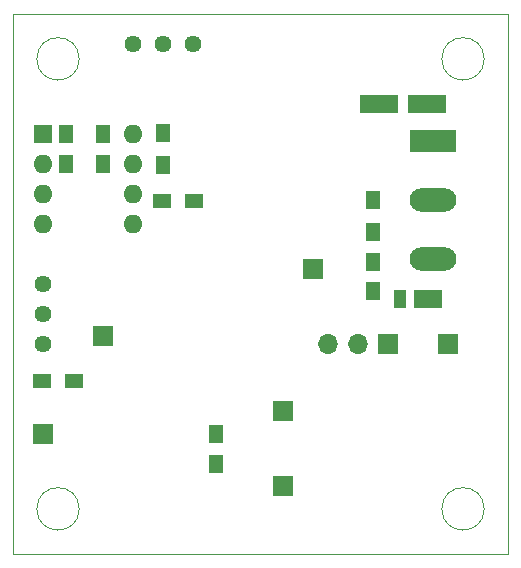
<source format=gbr>
%TF.GenerationSoftware,KiCad,Pcbnew,4.0.7*%
%TF.CreationDate,2018-04-11T16:34:22+03:00*%
%TF.ProjectId,capacity_sensor,63617061636974795F73656E736F722E,rev?*%
%TF.FileFunction,Soldermask,Bot*%
%FSLAX46Y46*%
G04 Gerber Fmt 4.6, Leading zero omitted, Abs format (unit mm)*
G04 Created by KiCad (PCBNEW 4.0.7) date 04/11/18 16:34:22*
%MOMM*%
%LPD*%
G01*
G04 APERTURE LIST*
%ADD10C,0.100000*%
%ADD11R,1.250000X1.500000*%
%ADD12R,3.200000X1.500000*%
%ADD13R,2.400000X1.500000*%
%ADD14R,1.050000X1.500000*%
%ADD15R,1.700000X1.700000*%
%ADD16O,1.700000X1.700000*%
%ADD17R,3.960000X1.980000*%
%ADD18O,3.960000X1.980000*%
%ADD19R,1.500000X1.300000*%
%ADD20R,1.300000X1.500000*%
%ADD21C,1.440000*%
%ADD22R,1.600000X1.600000*%
%ADD23O,1.600000X1.600000*%
G04 APERTURE END LIST*
D10*
X119380000Y-129540000D02*
X119380000Y-83820000D01*
X161290000Y-129540000D02*
X119380000Y-129540000D01*
X161290000Y-83820000D02*
X161290000Y-129540000D01*
X119380000Y-83820000D02*
X161290000Y-83820000D01*
X159276051Y-125730000D02*
G75*
G03X159276051Y-125730000I-1796051J0D01*
G01*
X124986051Y-125730000D02*
G75*
G03X124986051Y-125730000I-1796051J0D01*
G01*
X159276051Y-87630000D02*
G75*
G03X159276051Y-87630000I-1796051J0D01*
G01*
X124986051Y-87630000D02*
G75*
G03X124986051Y-87630000I-1796051J0D01*
G01*
D11*
X136525000Y-119400000D03*
X136525000Y-121900000D03*
X123825000Y-96500000D03*
X123825000Y-94000000D03*
D12*
X150400000Y-91440000D03*
X154400000Y-91440000D03*
D11*
X149860000Y-104795000D03*
X149860000Y-107295000D03*
X127000000Y-96500000D03*
X127000000Y-94000000D03*
D13*
X154520000Y-107950000D03*
D14*
X152145000Y-107950000D03*
D15*
X127000000Y-111125000D03*
X121920000Y-119380000D03*
X142240000Y-123825000D03*
X142240000Y-117475000D03*
X151130000Y-111760000D03*
D16*
X148590000Y-111760000D03*
X146050000Y-111760000D03*
D15*
X144780000Y-105410000D03*
D17*
X154940000Y-94615000D03*
D18*
X154940000Y-99615000D03*
X154940000Y-104615000D03*
D15*
X156210000Y-111760000D03*
D19*
X134700000Y-99695000D03*
X132000000Y-99695000D03*
D20*
X132080000Y-93900000D03*
X132080000Y-96600000D03*
D19*
X121840000Y-114935000D03*
X124540000Y-114935000D03*
D20*
X149860000Y-99615000D03*
X149860000Y-102315000D03*
D21*
X134620000Y-86360000D03*
X132080000Y-86360000D03*
X129540000Y-86360000D03*
X121920000Y-111760000D03*
X121920000Y-109220000D03*
X121920000Y-106680000D03*
D22*
X121920000Y-93980000D03*
D23*
X129540000Y-101600000D03*
X121920000Y-96520000D03*
X129540000Y-99060000D03*
X121920000Y-99060000D03*
X129540000Y-96520000D03*
X121920000Y-101600000D03*
X129540000Y-93980000D03*
M02*

</source>
